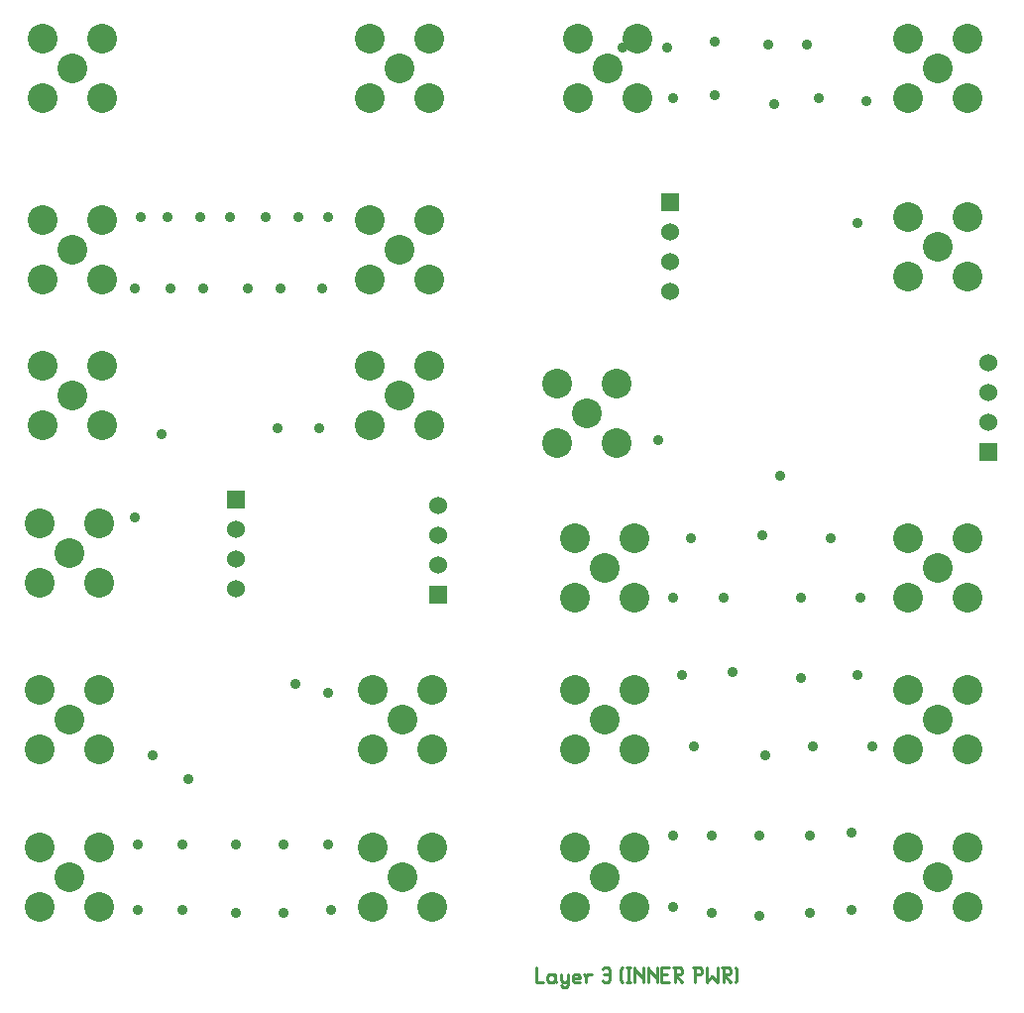
<source format=gbr>
G04 start of page 4 for group 2 idx 2
G04 Title: (unknown), Vcc-sldr *
G04 Creator: pcb 20080202 *
G04 CreationDate: Sat 15 Mar 2008 09:09:28 PM GMT UTC *
G04 For: matt *
G04 Format: Gerber/RS-274X *
G04 PCB-Dimensions: 360000 350000 *
G04 PCB-Coordinate-Origin: lower left *
%MOIN*%
%FSLAX24Y24*%
%LNGROUP2*%
%ADD11C,0.0100*%
%ADD12C,0.1000*%
%ADD13C,0.0200*%
%ADD14C,0.0600*%
%ADD15C,0.0360*%
%ADD16C,0.0380*%
G54D11*X18800Y1278D02*Y790D01*
X19044D01*
X19373Y1034D02*X19434Y973D01*
X19251Y1034D02*X19373D01*
X19190Y973D02*X19251Y1034D01*
X19190Y973D02*Y851D01*
X19251Y790D01*
X19434Y1034D02*Y851D01*
X19495Y790D01*
X19251D02*X19373D01*
X19434Y851D01*
X19642Y1034D02*Y851D01*
X19703Y790D01*
X19886Y1034D02*Y668D01*
X19825Y607D02*X19886Y668D01*
X19703Y607D02*X19825D01*
X19642Y668D02*X19703Y607D01*
Y790D02*X19825D01*
X19886Y851D01*
X20093Y790D02*X20276D01*
X20032Y851D02*X20093Y790D01*
X20032Y973D02*Y851D01*
Y973D02*X20093Y1034D01*
X20215D01*
X20276Y973D01*
X20032Y912D02*X20276D01*
Y973D02*Y912D01*
X20484Y973D02*Y790D01*
Y973D02*X20545Y1034D01*
X20667D01*
X20423D02*X20484Y973D01*
X21033Y1217D02*X21094Y1278D01*
X21216D01*
X21277Y1217D01*
Y851D01*
X21216Y790D02*X21277Y851D01*
X21094Y790D02*X21216D01*
X21033Y851D02*X21094Y790D01*
Y1034D02*X21277D01*
X21643Y851D02*X21704Y790D01*
X21643Y1217D02*X21704Y1278D01*
X21643Y1217D02*Y851D01*
X21850Y1278D02*X21972D01*
X21911D02*Y790D01*
X21850D02*X21972D01*
X22119Y1278D02*Y790D01*
Y1278D02*Y1217D01*
X22424Y912D01*
Y1278D02*Y790D01*
X22570Y1278D02*Y790D01*
Y1278D02*Y1217D01*
X22875Y912D01*
Y1278D02*Y790D01*
X23022Y1034D02*X23205D01*
X23022Y790D02*X23266D01*
X23022Y1278D02*Y790D01*
Y1278D02*X23266D01*
X23412D02*X23656D01*
X23717Y1217D01*
Y1095D01*
X23656Y1034D02*X23717Y1095D01*
X23473Y1034D02*X23656D01*
X23473Y1278D02*Y790D01*
Y1034D02*X23717Y790D01*
X24145Y1278D02*Y790D01*
X24084Y1278D02*X24328D01*
X24389Y1217D01*
Y1095D01*
X24328Y1034D02*X24389Y1095D01*
X24145Y1034D02*X24328D01*
X24535Y1278D02*Y790D01*
X24718Y973D01*
X24901Y790D01*
Y1278D02*Y790D01*
X25048Y1278D02*X25292D01*
X25353Y1217D01*
Y1095D01*
X25292Y1034D02*X25353Y1095D01*
X25109Y1034D02*X25292D01*
X25109Y1278D02*Y790D01*
Y1034D02*X25353Y790D01*
X25499Y1278D02*X25560Y1217D01*
Y851D01*
X25499Y790D02*X25560Y851D01*
G54D12*X13200Y32500D03*
X15200D03*
X31300D03*
X33300D03*
X2200D03*
X4200D03*
Y30500D03*
X2200D03*
X3200Y31500D03*
X15200Y30500D03*
X33300D03*
X31300D03*
X32300Y31500D03*
X13200Y30500D03*
X14200Y31500D03*
X20200Y32500D03*
X22200D03*
Y30500D03*
X20200D03*
X21200Y31500D03*
X13200Y21500D03*
Y19500D03*
X14200Y20500D03*
X13200Y26400D03*
Y24400D03*
X14200Y25400D03*
X15200Y21500D03*
Y19500D03*
Y26400D03*
Y24400D03*
X19500Y20900D03*
X21500D03*
Y18900D03*
X19500D03*
X20500Y19900D03*
G54D13*G36*
X8400Y17300D02*Y16700D01*
X9000D01*
Y17300D01*
X8400D01*
G37*
G54D14*X8700Y16000D03*
Y15000D03*
Y14000D03*
G54D12*X31300Y15700D03*
Y13700D03*
X32300Y14700D03*
X33300Y15700D03*
G54D13*G36*
X33700Y18900D02*Y18300D01*
X34300D01*
Y18900D01*
X33700D01*
G37*
G54D14*X34000Y19600D03*
Y20600D03*
Y21600D03*
G54D12*X33300Y13700D03*
Y10600D03*
Y8600D03*
X31300Y10600D03*
Y8600D03*
X32300Y9600D03*
X31300Y5300D03*
X32300Y4300D03*
X33300Y5300D03*
Y3300D03*
X31300D03*
X20100Y15700D03*
X22100D03*
Y13700D03*
X20100D03*
X21100Y14700D03*
X20100Y10600D03*
Y8600D03*
X21100Y9600D03*
X20100Y5300D03*
Y3300D03*
X21100Y4300D03*
X22100Y10600D03*
Y8600D03*
Y5300D03*
Y3300D03*
X4100Y5300D03*
Y3300D03*
X3100Y4300D03*
G54D13*G36*
X23000Y27300D02*Y26700D01*
X23600D01*
Y27300D01*
X23000D01*
G37*
G54D12*X31300Y26500D03*
X33300D03*
G54D14*X23300Y26000D03*
Y25000D03*
Y24000D03*
G54D12*X33300Y24500D03*
X31300D03*
X32300Y25500D03*
X2100Y10600D03*
X4100D03*
Y8600D03*
X4200Y21500D03*
Y19500D03*
X3200Y20500D03*
X4100Y16200D03*
Y14200D03*
X3100Y9600D03*
Y15200D03*
X2100Y8600D03*
Y3300D03*
Y5300D03*
X13300D03*
X15300D03*
Y3300D03*
X13300D03*
X14300Y4300D03*
X13300Y10600D03*
Y8600D03*
X14300Y9600D03*
X15300Y10600D03*
Y8600D03*
G54D13*G36*
X15200Y14100D02*Y13500D01*
X15800D01*
Y14100D01*
X15200D01*
G37*
G54D14*X15500Y14800D03*
Y15800D03*
Y16800D03*
G54D12*X2200Y21500D03*
Y19500D03*
X2100Y16200D03*
Y14200D03*
X2200Y26400D03*
X4200D03*
Y24400D03*
X2200D03*
X3200Y25400D03*
G54D15*X10200Y24100D03*
X10700Y10800D03*
X8700Y5400D03*
X10300D03*
Y3100D03*
X8700D03*
X11600Y24100D03*
X11800Y10500D03*
Y5400D03*
X11900Y3200D03*
X5900Y8400D03*
X7100Y7600D03*
X5400Y5400D03*
X6900D03*
Y3200D03*
X5400D03*
X5300Y24100D03*
X6500D03*
X7600D03*
X9100D03*
X6200Y19200D03*
X10100Y19400D03*
X11500D03*
X5500Y26500D03*
X5300Y16400D03*
X6400Y26500D03*
X7500D03*
X8500D03*
X9700D03*
X10800D03*
X11800D03*
X23400Y5700D03*
Y3300D03*
X23700Y11100D03*
X24100Y8700D03*
X26300Y5700D03*
X28000D03*
X29400Y5800D03*
Y3200D03*
X29600Y11100D03*
X30100Y8700D03*
X29700Y13700D03*
X26300Y3000D03*
X24700Y3100D03*
X23400Y13700D03*
X24000Y15700D03*
X22900Y19000D03*
X23400Y30500D03*
X24800Y30600D03*
X23200Y32200D03*
X21700D03*
X24800Y32400D03*
X24700Y5700D03*
X25400Y11200D03*
X26500Y8400D03*
X28000Y3100D03*
X27700Y11000D03*
X28100Y8700D03*
X27700Y13700D03*
X28700Y15700D03*
X28300Y30500D03*
X29600Y26300D03*
X29900Y30400D03*
X26600Y32300D03*
X25100Y13700D03*
X26400Y15800D03*
X26800Y30300D03*
X27000Y17800D03*
X27900Y32300D03*
G54D14*G54D16*G54D14*G54D16*G54D14*G54D16*G54D14*G54D16*G54D14*G54D16*G54D14*G54D13*M02*

</source>
